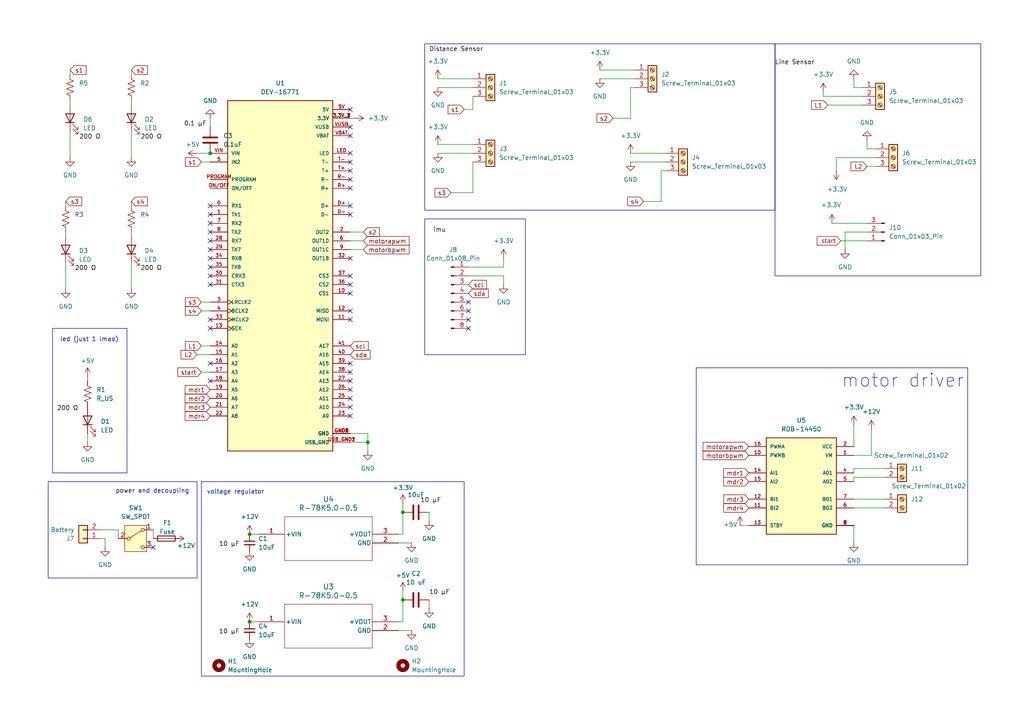
<source format=kicad_sch>
(kicad_sch (version 20231120) (generator "eeschema") (generator_version "8.0")
  (paper "A4")
  (lib_symbols
    (symbol "+12V_1" (power) (pin_numbers hide) (pin_names (offset 0) hide)
      (property "Value" "+12V" (at 0 3.556 0))
      (symbol "+12V_1_1_1"
        (pin power_in line (at 0 0 90) (length 0) (name "~") (number "1"))
      )
    )
    (symbol "+5V_1" (power) (pin_numbers hide) (pin_names (offset 0) hide)
      (property "Value" "+5V" (at 0 3.556 0))
      (symbol "+5V_1_1_1"
        (pin power_in line (at 0 0 90) (length 0) (name "~") (number "1"))
      )
    )
    (symbol "+5V_2" (power) (pin_numbers hide) (pin_names (offset 0) hide)
      (property "Value" "+5V" (at 0 3.556 0))
      (symbol "+5V_2_1_1"
        (pin power_in line (at 0 0 90) (length 0) (name "~") (number "1"))
      )
    )
    (symbol "+5V_3" (power) (pin_numbers hide) (pin_names (offset 0) hide)
      (property "Value" "+5V" (at 0 3.556 0))
      (symbol "+5V_3_1_1"
        (pin power_in line (at 0 0 90) (length 0) (name "~") (number "1"))
      )
    )
    (symbol "2024-11-08_01-03-56:R-78K5.0-0.5" (pin_names (offset 0.254))
      (property "Reference" "U" (at 20.32 10.16 0))
      (property "Value" "R-78K5.0-0.5" (at 20.32 7.62 0))
      (symbol "R-78K5.0-0.5_1_1"
        (pin power_in line (at 0 0 0) (length 7.62) (name "+VIN") (number "1"))
        (pin power_out line (at 40.64 -2.54 180) (length 7.62) (name "GND") (number "2"))
        (pin output line (at 40.64 0 180) (length 7.62) (name "+VOUT") (number "3"))
      )
    )
    (symbol "Connector:Conn_01x03_Pin" (pin_names (offset 1.016) hide)
      (property "Reference" "J" (at 0 5.08 0))
      (property "Value" "Conn_01x03_Pin" (at 0 -5.08 0))
      (symbol "Conn_01x03_Pin_1_1"
        (pin passive line (at 5.08 2.54 180) (length 3.81) (name "Pin_1") (number "1"))
        (pin passive line (at 5.08 0 180) (length 3.81) (name "Pin_2") (number "2"))
        (pin passive line (at 5.08 -2.54 180) (length 3.81) (name "Pin_3") (number "3"))
      )
    )
    (symbol "Connector:Conn_01x08_Pin" (pin_names (offset 1.016) hide)
      (property "Reference" "J" (at 0 10.16 0))
      (property "Value" "Conn_01x08_Pin" (at 0 -12.7 0))
      (symbol "Conn_01x08_Pin_1_1"
        (pin passive line (at 5.08 7.62 180) (length 3.81) (name "Pin_1") (number "1"))
        (pin passive line (at 5.08 5.08 180) (length 3.81) (name "Pin_2") (number "2"))
        (pin passive line (at 5.08 2.54 180) (length 3.81) (name "Pin_3") (number "3"))
        (pin passive line (at 5.08 0 180) (length 3.81) (name "Pin_4") (number "4"))
        (pin passive line (at 5.08 -2.54 180) (length 3.81) (name "Pin_5") (number "5"))
        (pin passive line (at 5.08 -5.08 180) (length 3.81) (name "Pin_6") (number "6"))
        (pin passive line (at 5.08 -7.62 180) (length 3.81) (name "Pin_7") (number "7"))
        (pin passive line (at 5.08 -10.16 180) (length 3.81) (name "Pin_8") (number "8"))
      )
    )
    (symbol "Connector:Screw_Terminal_01x02" (pin_names (offset 1.016) hide)
      (property "Reference" "J" (at 0 2.54 0))
      (property "Value" "Screw_Terminal_01x02" (at 0 -5.08 0))
      (symbol "Screw_Terminal_01x02_1_1"
        (pin passive line (at -5.08 0 0) (length 3.81) (name "Pin_1") (number "1"))
        (pin passive line (at -5.08 -2.54 0) (length 3.81) (name "Pin_2") (number "2"))
      )
    )
    (symbol "Connector:Screw_Terminal_01x03" (pin_names (offset 1.016) hide)
      (property "Reference" "J" (at 0 5.08 0))
      (property "Value" "Screw_Terminal_01x03" (at 0 -5.08 0))
      (symbol "Screw_Terminal_01x03_1_1"
        (pin passive line (at -5.08 2.54 0) (length 3.81) (name "Pin_1") (number "1"))
        (pin passive line (at -5.08 0 0) (length 3.81) (name "Pin_2") (number "2"))
        (pin passive line (at -5.08 -2.54 0) (length 3.81) (name "Pin_3") (number "3"))
      )
    )
    (symbol "Connector_Generic:Conn_01x02" (pin_names (offset 1.016) hide)
      (property "Reference" "J" (at 0 2.54 0))
      (property "Value" "Conn_01x02" (at 0 -5.08 0))
      (symbol "Conn_01x02_1_1"
        (pin passive line (at -5.08 0 0) (length 3.81) (name "Pin_1") (number "1"))
        (pin passive line (at -5.08 -2.54 0) (length 3.81) (name "Pin_2") (number "2"))
      )
    )
    (symbol "DEV-16771:DEV-16771" (pin_names (offset 1.016))
      (property "Reference" "U" (at -15.24 52.07 0))
      (property "Value" "DEV-16771" (at -15.24 -53.34 0))
      (symbol "DEV-16771_0_0"
        (pin bidirectional line (at -20.32 20.32 0) (length 5.08) (name "RX1") (number "0"))
        (pin bidirectional line (at -20.32 17.78 0) (length 5.08) (name "TX1") (number "1"))
        (pin bidirectional line (at 20.32 -5.08 180) (length 5.08) (name "CS1") (number "10"))
        (pin bidirectional line (at 20.32 -12.7 180) (length 5.08) (name "MOSI") (number "11"))
        (pin bidirectional line (at 20.32 -10.16 180) (length 5.08) (name "MISO") (number "12"))
        (pin bidirectional clock (at -20.32 -15.24 0) (length 5.08) (name "SCK") (number "13"))
        (pin bidirectional line (at -20.32 -20.32 0) (length 5.08) (name "A0") (number "14"))
        (pin bidirectional line (at -20.32 -22.86 0) (length 5.08) (name "A1") (number "15"))
        (pin bidirectional line (at -20.32 -25.4 0) (length 5.08) (name "A2") (number "16"))
        (pin bidirectional line (at -20.32 -27.94 0) (length 5.08) (name "A3") (number "17"))
        (pin bidirectional line (at -20.32 -30.48 0) (length 5.08) (name "A4") (number "18"))
        (pin bidirectional line (at -20.32 -33.02 0) (length 5.08) (name "A5") (number "19"))
        (pin output line (at 20.32 12.7 180) (length 5.08) (name "OUT2") (number "2"))
        (pin bidirectional line (at -20.32 -35.56 0) (length 5.08) (name "A6") (number "20"))
        (pin bidirectional line (at -20.32 -38.1 0) (length 5.08) (name "A7") (number "21"))
        (pin bidirectional line (at -20.32 -40.64 0) (length 5.08) (name "A8") (number "22"))
        (pin bidirectional line (at 20.32 -40.64 180) (length 5.08) (name "A9") (number "23"))
        (pin bidirectional line (at 20.32 -38.1 180) (length 5.08) (name "A10") (number "24"))
        (pin bidirectional line (at 20.32 -35.56 180) (length 5.08) (name "A11") (number "25"))
        (pin bidirectional line (at 20.32 -33.02 180) (length 5.08) (name "A12") (number "26"))
        (pin bidirectional line (at 20.32 -30.48 180) (length 5.08) (name "A13") (number "27"))
        (pin bidirectional line (at -20.32 10.16 0) (length 5.08) (name "RX7") (number "28"))
        (pin bidirectional line (at -20.32 7.62 0) (length 5.08) (name "TX7") (number "29"))
        (pin bidirectional clock (at -20.32 -7.62 0) (length 5.08) (name "LRCLK2") (number "3"))
        (pin power_in line (at 20.32 45.72 180) (length 5.08) (name "3.3V") (number "3.3V_1"))
        (pin power_in line (at 20.32 45.72 180) (length 5.08) (name "3.3V") (number "3.3V_2"))
        (pin power_in line (at 20.32 45.72 180) (length 5.08) (name "3.3V") (number "3.3V_3"))
        (pin bidirectional line (at -20.32 0 0) (length 5.08) (name "CRX3") (number "30"))
        (pin bidirectional line (at -20.32 -2.54 0) (length 5.08) (name "CTX3") (number "31"))
        (pin output line (at 20.32 5.08 180) (length 5.08) (name "OUT1B") (number "32"))
        (pin bidirectional clock (at -20.32 -12.7 0) (length 5.08) (name "MCLK2") (number "33"))
        (pin bidirectional line (at -20.32 5.08 0) (length 5.08) (name "RX8") (number "34"))
        (pin bidirectional line (at -20.32 2.54 0) (length 5.08) (name "TX8") (number "35"))
        (pin bidirectional line (at 20.32 -2.54 180) (length 5.08) (name "CS2") (number "36"))
        (pin bidirectional line (at 20.32 0 180) (length 5.08) (name "CS3") (number "37"))
        (pin bidirectional line (at 20.32 -27.94 180) (length 5.08) (name "A14") (number "38"))
        (pin bidirectional line (at 20.32 -25.4 180) (length 5.08) (name "A15") (number "39"))
        (pin bidirectional clock (at -20.32 -10.16 0) (length 5.08) (name "BCLK2") (number "4"))
        (pin bidirectional line (at 20.32 -22.86 180) (length 5.08) (name "A16") (number "40"))
        (pin bidirectional line (at 20.32 -20.32 180) (length 5.08) (name "A17") (number "41"))
        (pin bidirectional line (at -20.32 33.02 0) (length 5.08) (name "IN2") (number "5"))
        (pin power_in line (at 20.32 48.26 180) (length 5.08) (name "5V") (number "5V"))
        (pin output line (at 20.32 10.16 180) (length 5.08) (name "OUT1D") (number "6"))
        (pin bidirectional line (at -20.32 15.24 0) (length 5.08) (name "RX2") (number "7"))
        (pin bidirectional line (at -20.32 12.7 0) (length 5.08) (name "TX2") (number "8"))
        (pin output line (at 20.32 7.62 180) (length 5.08) (name "OUT1C") (number "9"))
        (pin bidirectional line (at 20.32 20.32 180) (length 5.08) (name "D+") (number "D+"))
        (pin bidirectional line (at 20.32 17.78 180) (length 5.08) (name "D-") (number "D-"))
        (pin power_in line (at 20.32 -45.72 180) (length 5.08) (name "GND") (number "GND1"))
        (pin power_in line (at 20.32 -45.72 180) (length 5.08) (name "GND") (number "GND2"))
        (pin power_in line (at 20.32 -45.72 180) (length 5.08) (name "GND") (number "GND3"))
        (pin power_in line (at 20.32 -45.72 180) (length 5.08) (name "GND") (number "GND4"))
        (pin power_in line (at 20.32 -45.72 180) (length 5.08) (name "GND") (number "GND5"))
        (pin bidirectional line (at 20.32 35.56 180) (length 5.08) (name "LED") (number "LED"))
        (pin bidirectional line (at -20.32 25.4 0) (length 5.08) (name "ON/OFF") (number "ON/OFF"))
        (pin bidirectional line (at -20.32 27.94 0) (length 5.08) (name "PROGRAM") (number "PROGRAM"))
        (pin bidirectional line (at 20.32 25.4 180) (length 5.08) (name "R+") (number "R+"))
        (pin bidirectional line (at 20.32 27.94 180) (length 5.08) (name "R-") (number "R-"))
        (pin bidirectional line (at 20.32 30.48 180) (length 5.08) (name "T+") (number "T+"))
        (pin bidirectional line (at 20.32 33.02 180) (length 5.08) (name "T-") (number "T-"))
        (pin power_in line (at 20.32 -48.26 180) (length 5.08) (name "USB_GND") (number "USB_GND1"))
        (pin power_in line (at 20.32 -48.26 180) (length 5.08) (name "USB_GND") (number "USB_GND2"))
        (pin passive line (at 20.32 40.64 180) (length 5.08) (name "VBAT") (number "VBAT"))
        (pin input line (at -20.32 35.56 0) (length 5.08) (name "VIN") (number "VIN"))
        (pin passive line (at 20.32 43.18 180) (length 5.08) (name "VUSB") (number "VUSB"))
      )
    )
    (symbol "Device:C" (pin_numbers hide) (pin_names (offset 0.254))
      (property "Reference" "C" (at 0.635 2.54 0))
      (property "Value" "C" (at 0.635 -2.54 0))
      (symbol "C_1_1"
        (pin passive line (at 0 3.81 270) (length 2.794) (name "~") (number "1"))
        (pin passive line (at 0 -3.81 90) (length 2.794) (name "~") (number "2"))
      )
    )
    (symbol "Device:C_Small" (pin_numbers hide) (pin_names (offset 0.254) hide)
      (property "Reference" "C" (at 0.254 1.778 0))
      (property "Value" "C_Small" (at 0.254 -2.032 0))
      (symbol "C_Small_1_1"
        (pin passive line (at 0 2.54 270) (length 2.032) (name "~") (number "1"))
        (pin passive line (at 0 -2.54 90) (length 2.032) (name "~") (number "2"))
      )
    )
    (symbol "Device:Fuse" (pin_numbers hide) (pin_names (offset 0))
      (property "Reference" "F" (at 2.032 0 90))
      (property "Value" "Fuse" (at -1.905 0 90))
      (symbol "Fuse_1_1"
        (pin passive line (at 0 3.81 270) (length 1.27) (name "~") (number "1"))
        (pin passive line (at 0 -3.81 90) (length 1.27) (name "~") (number "2"))
      )
    )
    (symbol "Device:LED" (pin_numbers hide) (pin_names (offset 1.016) hide)
      (property "Reference" "D" (at 0 2.54 0))
      (property "Value" "LED" (at 0 -2.54 0))
      (symbol "LED_1_1"
        (pin passive line (at -3.81 0 0) (length 2.54) (name "K") (number "1"))
        (pin passive line (at 3.81 0 180) (length 2.54) (name "A") (number "2"))
      )
    )
    (symbol "Device:R_US" (pin_numbers hide) (pin_names (offset 0))
      (property "Reference" "R" (at 2.54 0 90))
      (property "Value" "R_US" (at -2.54 0 90))
      (symbol "R_US_1_1"
        (pin passive line (at 0 3.81 270) (length 1.27) (name "~") (number "1"))
        (pin passive line (at 0 -3.81 90) (length 1.27) (name "~") (number "2"))
      )
    )
    (symbol "Mechanical:MountingHole" (pin_names (offset 1.016)) (exclude_from_sim yes) (in_bom no)
      (property "Reference" "H" (at 0 5.08 0))
      (property "Value" "MountingHole" (at 0 3.175 0))
    )
    (symbol "Switch:SW_SPDT" (pin_names (offset 0) hide)
      (property "Reference" "SW" (at 0 5.08 0))
      (property "Value" "SW_SPDT" (at 0 -5.08 0))
      (symbol "SW_SPDT_1_1"
        (pin passive line (at 5.08 2.54 180) (length 2.54) (name "A") (number "1"))
        (pin passive line (at -5.08 0 0) (length 2.54) (name "B") (number "2"))
        (pin passive line (at 5.08 -2.54 180) (length 2.54) (name "C") (number "3"))
      )
    )
    (symbol "motor driver:ROB-14450" (pin_names (offset 1.016))
      (property "Reference" "U" (at -10.16 16.002 0))
      (property "Value" "ROB-14450" (at -10.16 -15.24 0))
      (symbol "ROB-14450_0_0"
        (pin power_in line (at 15.24 10.16 180) (length 5.08) (name "VM") (number "1"))
        (pin input line (at -15.24 10.16 0) (length 5.08) (name "PWMB") (number "10"))
        (pin input line (at -15.24 -5.08 0) (length 5.08) (name "BI2") (number "11"))
        (pin input line (at -15.24 -2.54 0) (length 5.08) (name "BI1") (number "12"))
        (pin input line (at -15.24 -10.16 0) (length 5.08) (name "STBY") (number "13"))
        (pin input line (at -15.24 5.08 0) (length 5.08) (name "AI1") (number "14"))
        (pin input line (at -15.24 2.54 0) (length 5.08) (name "AI2") (number "15"))
        (pin input line (at -15.24 12.7 0) (length 5.08) (name "PWMA") (number "16"))
        (pin power_in line (at 15.24 12.7 180) (length 5.08) (name "VCC") (number "2"))
        (pin power_in line (at 15.24 -10.16 180) (length 5.08) (name "GND") (number "3"))
        (pin output line (at 15.24 5.08 180) (length 5.08) (name "A01") (number "4"))
        (pin output line (at 15.24 2.54 180) (length 5.08) (name "A02") (number "5"))
        (pin output line (at 15.24 -5.08 180) (length 5.08) (name "B02") (number "6"))
        (pin output line (at 15.24 -2.54 180) (length 5.08) (name "B01") (number "7"))
        (pin power_in line (at 15.24 -10.16 180) (length 5.08) (name "GND") (number "8"))
        (pin power_in line (at 15.24 -10.16 180) (length 5.08) (name "GND") (number "9"))
      )
    )
    (symbol "power:+12V" (power) (pin_numbers hide) (pin_names (offset 0) hide)
      (property "Value" "+12V" (at 0 3.556 0))
      (symbol "+12V_1_1"
        (pin power_in line (at 0 0 90) (length 0) (name "~") (number "1"))
      )
    )
    (symbol "power:+3.3V" (power) (pin_numbers hide) (pin_names (offset 0) hide)
      (property "Value" "+3.3V" (at 0 3.556 0))
      (symbol "+3.3V_1_1"
        (pin power_in line (at 0 0 90) (length 0) (name "~") (number "1"))
      )
    )
    (symbol "power:+5V" (power) (pin_names (offset 0))
      (property "Value" "+5V" (at 0 3.556 0))
      (symbol "+5V_1_1"
        (pin power_in line (at 0 0 90) (length 0) hide (name "+5V") (number "1"))
      )
    )
    (symbol "power:GND" (power) (pin_numbers hide) (pin_names (offset 0) hide)
      (property "Value" "GND" (at 0 -3.81 0))
      (symbol "GND_1_1"
        (pin power_in line (at 0 0 270) (length 0) (name "~") (number "1"))
      )
    )
  )
  (junction (at 60.96 44.45))
  (junction (at 106.68 128.27))
  (junction (at 72.39 154.94))
  (junction (at 116.84 173.99))
  (junction (at 116.84 148.59))
  (junction (at 72.39 180.34))
  (no_connect (at 60.96 80.01))
  (no_connect (at 101.6 46.99))
  (no_connect (at 101.6 36.83))
  (no_connect (at 60.96 110.49))
  (no_connect (at 101.6 115.57))
  (no_connect (at 101.6 39.37))
  (no_connect (at 101.6 90.17))
  (no_connect (at 60.96 105.41))
  (no_connect (at 60.96 74.93))
  (no_connect (at 60.96 69.85))
  (no_connect (at 60.96 62.23))
  (no_connect (at 101.6 118.11))
  (no_connect (at 101.6 92.71))
  (no_connect (at 60.96 64.77))
  (no_connect (at 135.89 90.17))
  (no_connect (at 60.96 95.25))
  (no_connect (at 60.96 92.71))
  (no_connect (at 101.6 107.95))
  (no_connect (at 101.6 82.55))
  (no_connect (at 101.6 62.23))
  (no_connect (at 60.96 82.55))
  (no_connect (at 135.89 95.25))
  (no_connect (at 101.6 105.41))
  (no_connect (at 135.89 87.63))
  (no_connect (at 101.6 49.53))
  (no_connect (at 60.96 77.47))
  (no_connect (at 60.96 59.69))
  (no_connect (at 135.89 92.71))
  (no_connect (at 60.96 72.39))
  (no_connect (at 101.6 52.07))
  (no_connect (at 101.6 74.93))
  (no_connect (at 101.6 44.45))
  (no_connect (at 60.96 67.31))
  (no_connect (at 101.6 59.69))
  (no_connect (at 101.6 80.01))
  (no_connect (at 101.6 110.49))
  (no_connect (at 101.6 113.03))
  (no_connect (at 101.6 85.09))
  (no_connect (at 101.6 54.61))
  (no_connect (at 101.6 120.65))
  (no_connect (at 44.45 158.75))
  (no_connect (at 101.6 31.75))
  (wire (pts (xy 254 45.72) (xy 242.57 45.72)))
  (wire (pts (xy 247.65 135.89) (xy 247.65 137.16)))
  (wire (pts (xy 19.05 58.42) (xy 19.05 59.69)))
  (wire (pts (xy 247.65 123.19) (xy 247.65 129.54)))
  (wire (pts (xy 241.3 64.77) (xy 251.46 64.77)))
  (wire (pts (xy 247.65 138.43) (xy 247.65 139.7)))
  (wire (pts (xy 58.42 90.17) (xy 60.96 90.17)))
  (wire (pts (xy 134.62 31.75) (xy 137.16 31.75)))
  (wire (pts (xy 57.15 44.45) (xy 60.96 44.45)))
  (wire (pts (xy 243.84 69.85) (xy 251.46 69.85)))
  (wire (pts (xy 242.57 45.72) (xy 242.57 49.53)))
  (wire (pts (xy 238.76 27.94) (xy 238.76 26.67)))
  (wire (pts (xy 173.99 22.86) (xy 184.15 22.86)))
  (wire (pts (xy 245.11 67.31) (xy 245.11 72.39)))
  (wire (pts (xy 256.54 138.43) (xy 247.65 138.43)))
  (wire (pts (xy 20.32 30.48) (xy 20.32 29.21)))
  (wire (pts (xy 146.05 77.47) (xy 146.05 74.93)))
  (wire (pts (xy 19.05 76.2) (xy 19.05 83.82)))
  (wire (pts (xy 186.69 58.42) (xy 191.77 58.42)))
  (wire (pts (xy 240.03 30.48) (xy 250.19 30.48)))
  (wire (pts (xy 135.89 80.01) (xy 146.05 80.01)))
  (wire (pts (xy 214.63 152.4) (xy 217.17 152.4)))
  (wire (pts (xy 29.21 156.21) (xy 30.48 156.21)))
  (wire (pts (xy 25.4 109.22) (xy 25.4 110.49)))
  (wire (pts (xy 34.29 153.67) (xy 34.29 156.21)))
  (wire (pts (xy 182.88 46.99) (xy 193.04 46.99)))
  (wire (pts (xy 116.84 154.94) (xy 115.57 154.94)))
  (wire (pts (xy 191.77 49.53) (xy 193.04 49.53)))
  (wire (pts (xy 60.96 34.29) (xy 60.96 36.83)))
  (wire (pts (xy 116.84 148.59) (xy 116.84 154.94)))
  (wire (pts (xy 58.42 107.95) (xy 60.96 107.95)))
  (wire (pts (xy 105.41 69.85) (xy 101.6 69.85)))
  (wire (pts (xy 30.48 156.21) (xy 30.48 158.75)))
  (wire (pts (xy 102.87 34.29) (xy 101.6 34.29)))
  (wire (pts (xy 115.57 182.88) (xy 119.38 182.88)))
  (wire (pts (xy 135.89 77.47) (xy 146.05 77.47)))
  (wire (pts (xy 72.39 180.34) (xy 74.93 180.34)))
  (wire (pts (xy 173.99 20.32) (xy 184.15 20.32)))
  (wire (pts (xy 115.57 157.48) (xy 119.38 157.48)))
  (wire (pts (xy 124.46 148.59) (xy 124.46 151.13)))
  (wire (pts (xy 38.1 38.1) (xy 38.1 45.72)))
  (wire (pts (xy 38.1 30.48) (xy 38.1 29.21)))
  (wire (pts (xy 38.1 76.2) (xy 38.1 83.82)))
  (wire (pts (xy 245.11 67.31) (xy 251.46 67.31)))
  (wire (pts (xy 247.65 147.32) (xy 256.54 147.32)))
  (wire (pts (xy 101.6 125.73) (xy 106.68 125.73)))
  (wire (pts (xy 127 44.45) (xy 137.16 44.45)))
  (wire (pts (xy 127 25.4) (xy 137.16 25.4)))
  (wire (pts (xy 116.84 146.05) (xy 116.84 148.59)))
  (wire (pts (xy 57.15 102.87) (xy 60.96 102.87)))
  (wire (pts (xy 182.88 44.45) (xy 193.04 44.45)))
  (wire (pts (xy 25.4 128.27) (xy 25.4 125.73)))
  (wire (pts (xy 247.65 144.78) (xy 256.54 144.78)))
  (wire (pts (xy 247.65 132.08) (xy 252.73 132.08)))
  (wire (pts (xy 20.32 38.1) (xy 20.32 45.72)))
  (wire (pts (xy 50.8 156.21) (xy 52.07 156.21)))
  (wire (pts (xy 124.46 173.99) (xy 124.46 176.53)))
  (wire (pts (xy 191.77 49.53) (xy 191.77 58.42)))
  (wire (pts (xy 106.68 128.27) (xy 101.6 128.27)))
  (wire (pts (xy 105.41 72.39) (xy 101.6 72.39)))
  (wire (pts (xy 116.84 173.99) (xy 116.84 180.34)))
  (wire (pts (xy 58.42 100.33) (xy 60.96 100.33)))
  (wire (pts (xy 106.68 130.81) (xy 106.68 128.27)))
  (wire (pts (xy 127 41.91) (xy 137.16 41.91)))
  (wire (pts (xy 182.88 25.4) (xy 182.88 34.29)))
  (wire (pts (xy 106.68 125.73) (xy 106.68 128.27)))
  (wire (pts (xy 38.1 20.32) (xy 38.1 21.59)))
  (wire (pts (xy 38.1 58.42) (xy 38.1 59.69)))
  (wire (pts (xy 38.1 68.58) (xy 38.1 67.31)))
  (wire (pts (xy 251.46 48.26) (xy 254 48.26)))
  (wire (pts (xy 137.16 55.88) (xy 137.16 46.99)))
  (wire (pts (xy 256.54 135.89) (xy 247.65 135.89)))
  (wire (pts (xy 72.39 154.94) (xy 74.93 154.94)))
  (wire (pts (xy 116.84 171.45) (xy 116.84 173.99)))
  (wire (pts (xy 130.81 55.88) (xy 137.16 55.88)))
  (wire (pts (xy 20.32 20.32) (xy 20.32 21.59)))
  (wire (pts (xy 250.19 27.94) (xy 238.76 27.94)))
  (wire (pts (xy 127 22.86) (xy 137.16 22.86)))
  (wire (pts (xy 58.42 46.99) (xy 60.96 46.99)))
  (wire (pts (xy 29.21 153.67) (xy 34.29 153.67)))
  (wire (pts (xy 251.46 43.18) (xy 254 43.18)))
  (wire (pts (xy 252.73 132.08) (xy 252.73 124.46)))
  (wire (pts (xy 182.88 25.4) (xy 184.15 25.4)))
  (wire (pts (xy 58.42 87.63) (xy 60.96 87.63)))
  (wire (pts (xy 146.05 80.01) (xy 146.05 82.55)))
  (wire (pts (xy 19.05 68.58) (xy 19.05 67.31)))
  (wire (pts (xy 116.84 180.34) (xy 115.57 180.34)))
  (wire (pts (xy 101.6 67.31) (xy 105.41 67.31)))
  (wire (pts (xy 137.16 31.75) (xy 137.16 27.94)))
  (wire (pts (xy 44.45 153.67) (xy 44.45 156.21)))
  (wire (pts (xy 251.46 40.64) (xy 251.46 43.18)))
  (wire (pts (xy 247.65 25.4) (xy 250.19 25.4)))
  (wire (pts (xy 177.8 34.29) (xy 182.88 34.29)))
  (wire (pts (xy 247.65 22.86) (xy 247.65 25.4)))
  (wire (pts (xy 247.65 152.4) (xy 247.65 157.48)))
  (rectangle (start 201.93 106.68) (end 280.67 163.83))
  (rectangle (start 123.19 63.5) (end 152.4 102.87))
  (rectangle (start 15.24 95.25) (end 36.83 137.16))
  (rectangle (start 58.42 139.7) (end 134.62 196.088))
  (rectangle (start 13.97 139.7) (end 57.15 167.64))
  (rectangle (start 224.79 12.7) (end 284.48 80.01))
  (rectangle (start 123.19 12.7) (end 224.79 60.96))
  (text "led (just 1 lmao)\n\n" (at 25.908 99.568 0) (effects (font (size 1.27 1.27))))
  (text "motor driver" (at 261.874 110.49 0) (effects (font (size 3.81 3.81))))
  (text "power and decoupling" (at 44.196 142.494 0) (effects (font (size 1.27 1.27))))
  (text "voltage regulator" (at 68.326 142.748 0) (effects (font (size 1.27 1.27))))
  (text "imu" (at 127.508 66.802 0) (effects (font (size 1.27 1.27))))
  (label "200 Ω" (at 27.94 78.74 180))
  (label "200 Ω" (at 16.51 119.38 0))
  (label "200 Ω" (at 46.99 40.64 180))
  (label "Distance Sensor" (at 124.46 15.24 0))
  (label "0.1 µF" (at 53.34 36.83 0))
  (label "10 µF" (at 63.5 184.15 0))
  (label "10 µF" (at 124.46 172.72 0))
  (label "200 Ω" (at 29.21 40.64 180))
  (label "10 µF" (at 63.5 158.75 0))
  (label "200 Ω" (at 46.99 78.74 180))
  (label "Line Sensor" (at 224.79 19.05 0))
  (label "10 µF" (at 121.92 146.05 0))
  (global_label "s1" (shape input) (at 58.42 46.99 180) (property "Intersheetrefs" "${INTERSHEET_REFS}" (effects (hide yes))))
  (global_label "L1" (shape input) (at 58.42 100.33 180) (property "Intersheetrefs" "${INTERSHEET_REFS}" (effects (hide yes))))
  (global_label "s3" (shape input) (at 19.05 58.42 0) (property "Intersheetrefs" "${INTERSHEET_REFS}" (effects (hide yes))))
  (global_label "mdr2" (shape input) (at 217.17 139.7 180) (property "Intersheetrefs" "${INTERSHEET_REFS}" (effects (hide yes))))
  (global_label "s3" (shape input) (at 130.81 55.88 180) (property "Intersheetrefs" "${INTERSHEET_REFS}" (effects (hide yes))))
  (global_label "mdr3" (shape input) (at 60.96 118.11 180) (property "Intersheetrefs" "${INTERSHEET_REFS}" (effects (hide yes))))
  (global_label "motorbpwm" (shape input) (at 217.17 132.08 180) (property "Intersheetrefs" "${INTERSHEET_REFS}" (effects (hide yes))))
  (global_label "L2" (shape input) (at 57.15 102.87 180) (property "Intersheetrefs" "${INTERSHEET_REFS}" (effects (hide yes))))
  (global_label "motorbpwm" (shape input) (at 105.41 72.39 0) (property "Intersheetrefs" "${INTERSHEET_REFS}" (effects (hide yes))))
  (global_label "s4" (shape input) (at 38.1 58.42 0) (property "Intersheetrefs" "${INTERSHEET_REFS}" (effects (hide yes))))
  (global_label "s2" (shape input) (at 177.8 34.29 180) (property "Intersheetrefs" "${INTERSHEET_REFS}" (effects (hide yes))))
  (global_label "s1" (shape input) (at 134.62 31.75 180) (property "Intersheetrefs" "${INTERSHEET_REFS}" (effects (hide yes))))
  (global_label "sda" (shape input) (at 135.89 85.09 0) (property "Intersheetrefs" "${INTERSHEET_REFS}" (effects (hide yes))))
  (global_label "mdr1" (shape input) (at 60.96 113.03 180) (property "Intersheetrefs" "${INTERSHEET_REFS}" (effects (hide yes))))
  (global_label "s3" (shape input) (at 58.42 87.63 180) (property "Intersheetrefs" "${INTERSHEET_REFS}" (effects (hide yes))))
  (global_label "scl" (shape input) (at 101.6 100.33 0) (property "Intersheetrefs" "${INTERSHEET_REFS}" (effects (hide yes))))
  (global_label "s2" (shape input) (at 105.41 67.31 0) (property "Intersheetrefs" "${INTERSHEET_REFS}" (effects (hide yes))))
  (global_label "mdr1" (shape input) (at 217.17 137.16 180) (property "Intersheetrefs" "${INTERSHEET_REFS}" (effects (hide yes))))
  (global_label "motorapwm" (shape input) (at 105.41 69.85 0) (property "Intersheetrefs" "${INTERSHEET_REFS}" (effects (hide yes))))
  (global_label "motorapwm" (shape input) (at 217.17 129.54 180) (property "Intersheetrefs" "${INTERSHEET_REFS}" (effects (hide yes))))
  (global_label "s4" (shape input) (at 186.69 58.42 180) (property "Intersheetrefs" "${INTERSHEET_REFS}" (effects (hide yes))))
  (global_label "sda" (shape input) (at 101.6 102.87 0) (property "Intersheetrefs" "${INTERSHEET_REFS}" (effects (hide yes))))
  (global_label "L1" (shape input) (at 240.03 30.48 180) (property "Intersheetrefs" "${INTERSHEET_REFS}" (effects (hide yes))))
  (global_label "mdr2" (shape input) (at 60.96 115.57 180) (property "Intersheetrefs" "${INTERSHEET_REFS}" (effects (hide yes))))
  (global_label "start" (shape input) (at 243.84 69.85 180) (property "Intersheetrefs" "${INTERSHEET_REFS}" (effects (hide yes))))
  (global_label "s2" (shape input) (at 38.1 20.32 0) (property "Intersheetrefs" "${INTERSHEET_REFS}" (effects (hide yes))))
  (global_label "scl" (shape input) (at 135.89 82.55 0) (property "Intersheetrefs" "${INTERSHEET_REFS}" (effects (hide yes))))
  (global_label "mdr4" (shape input) (at 217.17 147.32 180) (property "Intersheetrefs" "${INTERSHEET_REFS}" (effects (hide yes))))
  (global_label "s4" (shape input) (at 58.42 90.17 180) (property "Intersheetrefs" "${INTERSHEET_REFS}" (effects (hide yes))))
  (global_label "s1" (shape input) (at 20.32 20.32 0) (property "Intersheetrefs" "${INTERSHEET_REFS}" (effects (hide yes))))
  (global_label "start" (shape input) (at 58.42 107.95 180) (property "Intersheetrefs" "${INTERSHEET_REFS}" (effects (hide yes))))
  (global_label "L2" (shape input) (at 251.46 48.26 180) (property "Intersheetrefs" "${INTERSHEET_REFS}" (effects (hide yes))))
  (global_label "mdr3" (shape input) (at 217.17 144.78 180) (property "Intersheetrefs" "${INTERSHEET_REFS}" (effects (hide yes))))
  (global_label "mdr4" (shape input) (at 60.96 120.65 180) (property "Intersheetrefs" "${INTERSHEET_REFS}" (effects (hide yes))))
  (symbol (lib_id "power:+3.3V") (at 173.99 20.32 0) (unit 1)
    (property "Reference" "#PWR03" (effects (hide yes)))
    (property "Value" "+3.3V" (at 173.99 15.24 0))
    (property "Description" "Power symbol creates a global label with name \"+3.3V\"" (effects (hide yes)))
  )
  (symbol (lib_id "power:GND") (at 127 44.45 0) (unit 1)
    (property "Reference" "#PWR06" (effects (hide yes)))
    (property "Value" "GND" (at 127 49.53 0))
    (property "Description" "Power symbol creates a global label with name \"GND\" , ground" (effects (hide yes)))
  )
  (symbol (lib_name "+5V_1") (lib_id "power:+5V") (at 116.84 146.05 0) (unit 1)
    (property "Reference" "#PWR028" (effects (hide yes)))
    (property "Value" "+3.3V" (at 116.84 141.478 0))
    (property "Description" "Power symbol creates a global label with name \"+5V\"" (effects (hide yes)))
  )
  (symbol (lib_id "power:+12V") (at 50.8 156.21 270) (unit 1)
    (property "Reference" "#PWR021" (effects (hide yes)))
    (property "Value" "+12V" (at 51.308 158.242 90) (effects (justify left)))
    (property "Description" "Power symbol creates a global label with name \"+12V\"" (effects (hide yes)))
  )
  (symbol (lib_id "motor driver:ROB-14450") (at 232.41 142.24 0) (unit 1)
    (property "Reference" "U5" (at 232.41 121.92 0))
    (property "Value" "ROB-14450" (at 232.41 124.46 0))
    (property "Footprint" "pleseowrk:driver" (effects (hide yes)))
    (property "MF" "SparkFun Electronics" (effects (hide yes)))
    (property "Description_1" "\n                        \n                            TB6612FNG - Motor Controller/Driver Power Management Evaluation Board\n                        \n" (effects (hide yes)))
    (property "Package" "None" (effects (hide yes)))
    (property "Price" "None" (effects (hide yes)))
    (property "Check_prices" "https://www.snapeda.com/parts/ROB-14450/SparkFun/view-part/?ref=eda" (effects (hide yes)))
    (property "STANDARD" "Manufacturer Recommendation" (effects (hide yes)))
    (property "PARTREV" "11-13-17" (effects (hide yes)))
    (property "SnapEDA_Link" "https://www.snapeda.com/parts/ROB-14450/SparkFun/view-part/?ref=snap" (effects (hide yes)))
    (property "MP" "ROB-14450" (effects (hide yes)))
    (property "Availability" "In Stock" (effects (hide yes)))
    (property "MANUFACTURER" "Sparkfun Electronics" (effects (hide yes)))
  )
  (symbol (lib_id "power:GND") (at 247.65 22.86 0) (mirror x) (unit 1)
    (property "Reference" "#PWR010" (effects (hide yes)))
    (property "Value" "GND" (at 247.65 17.78 0))
  )
  (symbol (lib_id "power:+3.3V") (at 241.3 64.77 0) (unit 1)
    (property "Reference" "#PWR029" (effects (hide yes)))
    (property "Value" "+3.3V" (at 241.046 59.436 0))
    (property "Description" "Power symbol creates a global label with name \"+3.3V\"" (effects (hide yes)))
  )
  (symbol (lib_id "Device:C_Small") (at 72.39 157.48 0) (unit 1)
    (property "Reference" "C1" (at 74.93 156.2162 0) (effects (justify left)))
    (property "Value" "10uF" (at 74.93 158.7562 0) (effects (justify left)))
    (property "Footprint" "Capacitor_SMD:C_0805_2012Metric" (effects (hide yes)))
    (property "Description" "Unpolarized capacitor, small symbol" (effects (hide yes)))
  )
  (symbol (lib_id "power:GND") (at 119.38 157.48 0) (unit 1)
    (property "Reference" "#PWR038" (effects (hide yes)))
    (property "Value" "GND" (at 119.38 162.56 0))
    (property "Description" "Power symbol creates a global label with name \"GND\" , ground" (effects (hide yes)))
  )
  (symbol (lib_id "power:GND") (at 119.38 182.88 0) (unit 1)
    (property "Reference" "#PWR019" (effects (hide yes)))
    (property "Value" "GND" (at 119.38 187.96 0))
    (property "Description" "Power symbol creates a global label with name \"GND\" , ground" (effects (hide yes)))
  )
  (symbol (lib_id "Connector:Screw_Terminal_01x03") (at 259.08 45.72 0) (unit 1)
    (property "Reference" "J6" (at 261.62 44.4499 0) (effects (justify left)))
    (property "Value" "Screw_Terminal_01x03" (at 261.62 46.9899 0) (effects (justify left)))
    (property "Footprint" "TerminalBlock:TerminalBlock_Xinya_XY308-2.54-3P_1x03_P2.54mm_Horizontal" (effects (hide yes)))
    (property "Description" "Generic screw terminal, single row, 01x03, script generated (kicad-library-utils/schlib/autogen/connector/)" (effects (hide yes)))
  )
  (symbol (lib_id "power:+5V") (at 238.76 26.67 0) (unit 1)
    (property "Reference" "#PWR09" (effects (hide yes)))
    (property "Value" "+3.3V" (at 238.76 21.59 0))
  )
  (symbol (lib_id "power:GND") (at 38.1 83.82 0) (unit 1)
    (property "Reference" "#PWR036" (effects (hide yes)))
    (property "Value" "GND" (at 38.1 88.9 0))
    (property "Description" "Power symbol creates a global label with name \"GND\" , ground" (effects (hide yes)))
  )
  (symbol (lib_id "Connector:Screw_Terminal_01x03") (at 189.23 22.86 0) (unit 1)
    (property "Reference" "J2" (at 191.77 21.5899 0) (effects (justify left)))
    (property "Value" "Screw_Terminal_01x03" (at 191.77 24.1299 0) (effects (justify left)))
    (property "Footprint" "TerminalBlock:TerminalBlock_Xinya_XY308-2.54-3P_1x03_P2.54mm_Horizontal" (effects (hide yes)))
    (property "Description" "Generic screw terminal, single row, 01x03, script generated (kicad-library-utils/schlib/autogen/connector/)" (effects (hide yes)))
  )
  (symbol (lib_id "Device:C_Small") (at 72.39 182.88 0) (unit 1)
    (property "Reference" "C4" (at 74.93 181.6162 0) (effects (justify left)))
    (property "Value" "10uF" (at 74.93 184.1562 0) (effects (justify left)))
    (property "Footprint" "Capacitor_SMD:C_0805_2012Metric" (effects (hide yes)))
    (property "Description" "Unpolarized capacitor, small symbol" (effects (hide yes)))
  )
  (symbol (lib_id "Mechanical:MountingHole") (at 116.84 193.04 0) (unit 1) (exclude_from_sim yes) (in_bom no)
    (property "Reference" "H2" (at 119.38 191.7699 0) (effects (justify left)))
    (property "Value" "MountingHole" (at 119.38 194.3099 0) (effects (justify left)))
    (property "Footprint" "MountingHole:MountingHole_2.5mm" (effects (hide yes)))
    (property "Description" "Mounting Hole without connection" (effects (hide yes)))
  )
  (symbol (lib_name "+5V_2") (lib_id "power:+5V") (at 57.15 44.45 90) (unit 1)
    (property "Reference" "#PWR025" (effects (hide yes)))
    (property "Value" "+5V" (at 55.88 41.91 90))
    (property "Description" "Power symbol creates a global label with name \"+5V\"" (effects (hide yes)))
  )
  (symbol (lib_id "Device:R_US") (at 25.4 114.3 0) (unit 1)
    (property "Reference" "R1" (at 27.94 113.0299 0) (effects (justify left)))
    (property "Value" "R_US" (at 27.94 115.5699 0) (effects (justify left)))
    (property "Footprint" "Resistor_SMD:R_0805_2012Metric" (effects (hide yes)))
    (property "Description" "Resistor, US symbol" (effects (hide yes)))
  )
  (symbol (lib_id "Device:Fuse") (at 48.26 156.21 90) (unit 1)
    (property "Reference" "F1" (at 48.514 151.638 90))
    (property "Value" "Fuse" (at 48.514 154.178 90))
    (property "Footprint" "Fuse:Fuse_1206_3216Metric" (effects (hide yes)))
    (property "Description" "Fuse" (effects (hide yes)))
  )
  (symbol (lib_id "Device:C") (at 60.96 40.64 0) (unit 1)
    (property "Reference" "C3" (at 64.77 39.3699 0) (effects (justify left)))
    (property "Value" "0.1uF" (at 64.77 41.9099 0) (effects (justify left)))
    (property "Footprint" "Capacitor_SMD:C_0805_2012Metric" (effects (hide yes)))
    (property "Description" "Unpolarized capacitor" (effects (hide yes)))
  )
  (symbol (lib_id "power:GND") (at 245.11 72.39 0) (unit 1)
    (property "Reference" "#PWR030" (effects (hide yes)))
    (property "Value" "GND" (at 245.11 77.47 0))
    (property "Description" "Power symbol creates a global label with name \"GND\" , ground" (effects (hide yes)))
  )
  (symbol (lib_id "power:GND") (at 251.46 40.64 0) (mirror x) (unit 1)
    (property "Reference" "#PWR012" (effects (hide yes)))
    (property "Value" "GND" (at 251.46 35.56 0))
  )
  (symbol (lib_id "power:GND") (at 247.65 157.48 0) (unit 1)
    (property "Reference" "#PWR037" (effects (hide yes)))
    (property "Value" "GND" (at 247.65 162.56 0))
    (property "Description" "Power symbol creates a global label with name \"GND\" , ground" (effects (hide yes)))
  )
  (symbol (lib_id "power:GND") (at 60.96 34.29 180) (unit 1)
    (property "Reference" "#PWR026" (effects (hide yes)))
    (property "Value" "GND" (at 60.96 29.21 0))
    (property "Description" "Power symbol creates a global label with name \"GND\" , ground" (effects (hide yes)))
  )
  (symbol (lib_id "DEV-16771:DEV-16771") (at 81.28 80.01 0) (unit 1)
    (property "Reference" "U1" (at 81.28 24.13 0))
    (property "Value" "DEV-16771" (at 81.28 26.67 0))
    (property "Footprint" "pleseowrk:teensy" (effects (hide yes)))
    (property "Description" "\nRT1062 Teensy 4.1 series ARM® Cortex®-M7 MPU Embedded Evaluation Board\n" (effects (hide yes)))
    (property "MF" "SparkFun Electronics" (effects (hide yes)))
    (property "MAXIMUM_PACKAGE_HEIGHT" "4.07mm" (effects (hide yes)))
    (property "Package" "None" (effects (hide yes)))
    (property "Price" "None" (effects (hide yes)))
    (property "Check_prices" "https://www.snapeda.com/parts/DEV-16771/SparkFun+Electronics/view-part/?ref=eda" (effects (hide yes)))
    (property "STANDARD" "Manufacturer recommendations" (effects (hide yes)))
    (property "PARTREV" "4.1" (effects (hide yes)))
    (property "SnapEDA_Link" "https://www.snapeda.com/parts/DEV-16771/SparkFun+Electronics/view-part/?ref=snap" (effects (hide yes)))
    (property "MP" "DEV-16771" (effects (hide yes)))
    (property "Purchase-URL" "https://www.snapeda.com/api/url_track_click_mouser/?unipart_id=4833875&manufacturer=SparkFun Electronics&part_name=DEV-16771&search_term=None" (effects (hide yes)))
    (property "Availability" "In Stock" (effects (hide yes)))
    (property "MANUFACTURER" "SparkFun Electronics" (effects (hide yes)))
  )
  (symbol (lib_id "power:GND") (at 20.32 45.72 0) (unit 1)
    (property "Reference" "#PWR040" (effects (hide yes)))
    (property "Value" "GND" (at 20.32 50.8 0))
    (property "Description" "Power symbol creates a global label with name \"GND\" , ground" (effects (hide yes)))
  )
  (symbol (lib_id "Device:R_US") (at 20.32 25.4 0) (unit 1)
    (property "Reference" "R5" (at 22.86 24.1299 0) (effects (justify left)))
    (property "Value" "R_US" (effects (hide yes)))
    (property "Footprint" "Resistor_SMD:R_0805_2012Metric" (effects (hide yes)))
    (property "Description" "Resistor, US symbol" (effects (hide yes)))
  )
  (symbol (lib_id "2024-11-08_01-03-56:R-78K5.0-0.5") (at 74.93 154.94 0) (unit 1)
    (property "Reference" "U4" (at 95.25 144.78 0) (effects (font (size 1.524 1.524))))
    (property "Value" "R-78K5.0-0.5" (at 95.25 147.32 0) (effects (font (size 1.524 1.524))))
    (property "Footprint" "pleseowrk:voltageregulator" (effects (hide yes)))
    (property "Datasheet" "R-78K5.0-0.5" (effects (hide yes)))
  )
  (symbol (lib_id "Switch:SW_SPDT") (at 39.37 156.21 0) (unit 1)
    (property "Reference" "SW1" (at 39.37 147.32 0))
    (property "Value" "SW_SPDT" (at 39.37 149.86 0))
    (property "Footprint" "pleseowrk:switch" (effects (hide yes)))
    (property "Description" "Switch, single pole double throw" (effects (hide yes)))
  )
  (symbol (lib_id "Connector:Screw_Terminal_01x03") (at 198.12 46.99 0) (unit 1)
    (property "Reference" "J4" (at 200.66 45.7199 0) (effects (justify left)))
    (property "Value" "Screw_Terminal_01x03" (at 200.66 48.2599 0) (effects (justify left)))
    (property "Footprint" "TerminalBlock:TerminalBlock_Xinya_XY308-2.54-3P_1x03_P2.54mm_Horizontal" (effects (hide yes)))
    (property "Description" "Generic screw terminal, single row, 01x03, script generated (kicad-library-utils/schlib/autogen/connector/)" (effects (hide yes)))
  )
  (symbol (lib_id "power:GND") (at 124.46 176.53 0) (unit 1)
    (property "Reference" "#PWR024" (effects (hide yes)))
    (property "Value" "GND" (at 124.46 181.61 0))
    (property "Description" "Power symbol creates a global label with name \"GND\" , ground" (effects (hide yes)))
  )
  (symbol (lib_id "Connector:Conn_01x03_Pin") (at 256.54 67.31 180) (unit 1)
    (property "Reference" "J10" (at 257.81 66.0399 0) (effects (justify right)))
    (property "Value" "Conn_01x03_Pin" (at 257.81 68.5799 0) (effects (justify right)))
    (property "Footprint" "Connector_PinHeader_2.54mm:PinHeader_1x03_P2.54mm_Vertical" (effects (hide yes)))
    (property "Description" "Generic connector, single row, 01x03, script generated" (effects (hide yes)))
  )
  (symbol (lib_id "power:GND") (at 124.46 151.13 0) (unit 1)
    (property "Reference" "#PWR039" (effects (hide yes)))
    (property "Value" "GND" (at 124.46 156.21 0))
    (property "Description" "Power symbol creates a global label with name \"GND\" , ground" (effects (hide yes)))
  )
  (symbol (lib_id "power:+12V") (at 25.4 109.22 0) (unit 1)
    (property "Reference" "#PWR032" (effects (hide yes)))
    (property "Value" "+5V" (at 25.4 104.648 0))
    (property "Description" "Power symbol creates a global label with name \"+12V\"" (effects (hide yes)))
  )
  (symbol (lib_id "power:GND") (at 72.39 185.42 0) (unit 1)
    (property "Reference" "#PWR020" (effects (hide yes)))
    (property "Value" "GND" (at 72.39 190.5 0))
    (property "Description" "Power symbol creates a global label with name \"GND\" , ground" (effects (hide yes)))
  )
  (symbol (lib_id "Connector:Conn_01x08_Pin") (at 130.81 85.09 0) (unit 1)
    (property "Reference" "J8" (at 131.445 72.39 0))
    (property "Value" "Conn_01x08_Pin" (at 131.445 74.93 0))
    (property "Footprint" "Connector_PinHeader_2.54mm:PinHeader_1x08_P2.54mm_Vertical" (effects (hide yes)))
    (property "Description" "Generic connector, single row, 01x08, script generated" (effects (hide yes)))
  )
  (symbol (lib_id "2024-11-08_01-03-56:R-78K5.0-0.5") (at 74.93 180.34 0) (unit 1)
    (property "Reference" "U3" (at 95.25 170.18 0) (effects (font (size 1.524 1.524))))
    (property "Value" "R-78K5.0-0.5" (at 95.25 172.72 0) (effects (font (size 1.524 1.524))))
    (property "Footprint" "pleseowrk:voltageregulator" (effects (hide yes)))
    (property "Datasheet" "R-78K5.0-0.5" (effects (hide yes)))
  )
  (symbol (lib_id "power:+3.3V") (at 102.87 34.29 270) (unit 1)
    (property "Reference" "#PWR023" (effects (hide yes)))
    (property "Value" "+3.3V" (at 106.68 34.2899 90) (effects (justify left)))
    (property "Description" "Power symbol creates a global label with name \"+3.3V\"" (effects (hide yes)))
  )
  (symbol (lib_id "Connector:Screw_Terminal_01x03") (at 142.24 44.45 0) (unit 1)
    (property "Reference" "J3" (at 144.78 43.1799 0) (effects (justify left)))
    (property "Value" "Screw_Terminal_01x03" (at 144.78 45.7199 0) (effects (justify left)))
    (property "Footprint" "TerminalBlock:TerminalBlock_Xinya_XY308-2.54-3P_1x03_P2.54mm_Horizontal" (effects (hide yes)))
    (property "Description" "Generic screw terminal, single row, 01x03, script generated (kicad-library-utils/schlib/autogen/connector/)" (effects (hide yes)))
  )
  (symbol (lib_id "Device:R_US") (at 38.1 25.4 0) (unit 1)
    (property "Reference" "R2" (at 40.64 24.1299 0) (effects (justify left)))
    (property "Value" "R_US" (effects (hide yes)))
    (property "Footprint" "Resistor_SMD:R_0805_2012Metric" (effects (hide yes)))
    (property "Description" "Resistor, US symbol" (effects (hide yes)))
  )
  (symbol (lib_id "Device:LED") (at 38.1 34.29 90) (unit 1)
    (property "Reference" "D2" (at 41.91 34.6074 90) (effects (justify right)))
    (property "Value" "LED" (at 41.91 37.1474 90) (effects (justify right)))
    (property "Footprint" "LED_SMD:LED_1206_3216Metric_ReverseMount_Hole1.8x2.4mm" (effects (hide yes)))
    (property "Description" "Light emitting diode" (effects (hide yes)))
  )
  (symbol (lib_id "Device:C") (at 120.65 148.59 90) (unit 1)
    (property "Reference" "C5" (effects (hide yes)))
    (property "Value" "10uF" (at 120.65 143.51 90))
    (property "Footprint" "Capacitor_SMD:C_0805_2012Metric" (effects (hide yes)))
    (property "Description" "Unpolarized capacitor" (effects (hide yes)))
  )
  (symbol (lib_id "power:GND") (at 182.88 46.99 0) (unit 1)
    (property "Reference" "#PWR08" (effects (hide yes)))
    (property "Value" "GND" (at 182.88 52.07 0))
    (property "Description" "Power symbol creates a global label with name \"GND\" , ground" (effects (hide yes)))
  )
  (symbol (lib_id "power:+3.3V") (at 242.57 49.53 180) (unit 1)
    (property "Reference" "#PWR011" (effects (hide yes)))
    (property "Value" "+3.3V" (at 242.824 54.864 0))
    (property "Description" "Power symbol creates a global label with name \"+3.3V\"" (effects (hide yes)))
  )
  (symbol (lib_id "power:GND") (at 19.05 83.82 0) (unit 1)
    (property "Reference" "#PWR035" (effects (hide yes)))
    (property "Value" "GND" (at 19.05 88.9 0))
    (property "Description" "Power symbol creates a global label with name \"GND\" , ground" (effects (hide yes)))
  )
  (symbol (lib_id "power:GND") (at 38.1 45.72 0) (unit 1)
    (property "Reference" "#PWR033" (effects (hide yes)))
    (property "Value" "GND" (at 38.1 50.8 0))
    (property "Description" "Power symbol creates a global label with name \"GND\" , ground" (effects (hide yes)))
  )
  (symbol (lib_id "Device:R_US") (at 38.1 63.5 0) (unit 1)
    (property "Reference" "R4" (at 40.64 62.2299 0) (effects (justify left)))
    (property "Value" "R_US" (effects (hide yes)))
    (property "Footprint" "Resistor_SMD:R_0805_2012Metric" (effects (hide yes)))
    (property "Description" "Resistor, US symbol" (effects (hide yes)))
  )
  (symbol (lib_id "power:GND") (at 173.99 22.86 0) (unit 1)
    (property "Reference" "#PWR04" (effects (hide yes)))
    (property "Value" "GND" (at 173.99 27.94 0))
    (property "Description" "Power symbol creates a global label with name \"GND\" , ground" (effects (hide yes)))
  )
  (symbol (lib_id "Device:R_US") (at 19.05 63.5 0) (unit 1)
    (property "Reference" "R3" (at 21.59 62.2299 0) (effects (justify left)))
    (property "Value" "R_US" (effects (hide yes)))
    (property "Footprint" "Resistor_SMD:R_0805_2012Metric" (effects (hide yes)))
    (property "Description" "Resistor, US symbol" (effects (hide yes)))
  )
  (symbol (lib_id "power:GND") (at 30.48 158.75 0) (unit 1)
    (property "Reference" "#PWR022" (effects (hide yes)))
    (property "Value" "GND" (at 30.48 163.83 0))
  )
  (symbol (lib_name "+5V_3") (lib_id "power:+5V") (at 214.63 152.4 0) (unit 1)
    (property "Reference" "#PWR043" (effects (hide yes)))
    (property "Value" "+5V" (at 211.836 152.146 0))
    (property "Description" "Power symbol creates a global label with name \"+5V\"" (effects (hide yes)))
  )
  (symbol (lib_id "power:GND") (at 25.4 128.27 0) (unit 1)
    (property "Reference" "#PWR031" (effects (hide yes)))
    (property "Value" "GND" (at 25.4 133.35 0))
    (property "Description" "Power symbol creates a global label with name \"GND\" , ground" (effects (hide yes)))
  )
  (symbol (lib_id "power:+3.3V") (at 127 22.86 0) (unit 1)
    (property "Reference" "#PWR02" (effects (hide yes)))
    (property "Value" "+3.3V" (at 127 17.78 0))
    (property "Description" "Power symbol creates a global label with name \"+3.3V\"" (effects (hide yes)))
  )
  (symbol (lib_id "Connector:Screw_Terminal_01x03") (at 255.27 27.94 0) (unit 1)
    (property "Reference" "J5" (at 257.81 26.6699 0) (effects (justify left)))
    (property "Value" "Screw_Terminal_01x03" (at 257.81 29.2099 0) (effects (justify left)))
    (property "Footprint" "TerminalBlock:TerminalBlock_Xinya_XY308-2.54-3P_1x03_P2.54mm_Horizontal" (effects (hide yes)))
    (property "Description" "Generic screw terminal, single row, 01x03, script generated (kicad-library-utils/schlib/autogen/connector/)" (effects (hide yes)))
  )
  (symbol (lib_id "Connector:Screw_Terminal_01x02") (at 261.62 144.78 0) (unit 1)
    (property "Reference" "J12" (at 264.16 144.7799 0) (effects (justify left)))
    (property "Value" "Screw_Terminal_01x02" (at 258.572 140.97 0) (effects (justify left)))
    (property "Footprint" "TerminalBlock:TerminalBlock_Xinya_XY308-2.54-2P_1x02_P2.54mm_Horizontal" (effects (hide yes)))
    (property "Description" "Generic screw terminal, single row, 01x02, script generated (kicad-library-utils/schlib/autogen/connector/)" (effects (hide yes)))
  )
  (symbol (lib_id "power:+3.3V") (at 182.88 44.45 0) (unit 1)
    (property "Reference" "#PWR07" (effects (hide yes)))
    (property "Value" "+3.3V" (at 182.88 39.37 0))
    (property "Description" "Power symbol creates a global label with name \"+3.3V\"" (effects (hide yes)))
  )
  (symbol (lib_id "power:GND") (at 146.05 82.55 0) (unit 1)
    (property "Reference" "#PWR016" (effects (hide yes)))
    (property "Value" "GND" (at 146.05 87.63 0))
    (property "Description" "Power symbol creates a global label with name \"GND\" , ground" (effects (hide yes)))
  )
  (symbol (lib_id "Device:C") (at 120.65 173.99 90) (unit 1)
    (property "Reference" "C2" (at 120.65 166.37 90))
    (property "Value" "10 uF" (at 120.65 168.91 90))
    (property "Footprint" "Capacitor_SMD:C_0805_2012Metric" (effects (hide yes)))
    (property "Description" "Unpolarized capacitor" (effects (hide yes)))
  )
  (symbol (lib_id "Connector_Generic:Conn_01x02") (at 24.13 156.21 180) (unit 1)
    (property "Reference" "J7" (at 21.59 156.2101 0) (effects (justify left)))
    (property "Value" "Battery" (at 21.59 153.6701 0) (effects (justify left)))
    (property "Footprint" "Connector_AMASS:AMASS_XT30U-F_1x02_P5.0mm_Vertical" (effects (hide yes)))
  )
  (symbol (lib_id "Device:LED") (at 19.05 72.39 90) (unit 1)
    (property "Reference" "D3" (at 22.86 72.7074 90) (effects (justify right)))
    (property "Value" "LED" (at 22.86 75.2474 90) (effects (justify right)))
    (property "Footprint" "LED_SMD:LED_1206_3216Metric_ReverseMount_Hole1.8x2.4mm" (effects (hide yes)))
    (property "Description" "Light emitting diode" (effects (hide yes)))
  )
  (symbol (lib_name "+12V_1") (lib_id "power:+12V") (at 72.39 180.34 0) (unit 1)
    (property "Reference" "#PWR017" (effects (hide yes)))
    (property "Value" "+12V" (at 72.39 175.26 0))
    (property "Description" "Power symbol creates a global label with name \"+12V\"" (effects (hide yes)))
  )
  (symbol (lib_id "power:+3.3V") (at 146.05 74.93 0) (unit 1)
    (property "Reference" "#PWR014" (effects (hide yes)))
    (property "Value" "+3.3V" (at 146.05 69.85 0))
    (property "Description" "Power symbol creates a global label with name \"+3.3V\"" (effects (hide yes)))
  )
  (symbol (lib_id "power:+12V") (at 252.73 124.46 0) (unit 1)
    (property "Reference" "#PWR041" (effects (hide yes)))
    (property "Value" "+12V" (at 252.73 119.38 0))
    (property "Description" "Power symbol creates a global label with name \"+12V\"" (effects (hide yes)))
  )
  (symbol (lib_id "Device:LED") (at 20.32 34.29 90) (unit 1)
    (property "Reference" "D6" (at 24.13 34.6074 90) (effects (justify right)))
    (property "Value" "LED" (at 24.13 37.1474 90) (effects (justify right)))
    (property "Footprint" "LED_SMD:LED_1206_3216Metric_ReverseMount_Hole1.8x2.4mm" (effects (hide yes)))
    (property "Description" "Light emitting diode" (effects (hide yes)))
  )
  (symbol (lib_id "power:GND") (at 127 25.4 0) (unit 1)
    (property "Reference" "#PWR01" (effects (hide yes)))
    (property "Value" "GND" (at 127 30.48 0))
    (property "Description" "Power symbol creates a global label with name \"GND\" , ground" (effects (hide yes)))
  )
  (symbol (lib_id "power:+3.3V") (at 247.65 123.19 0) (unit 1)
    (property "Reference" "#PWR042" (effects (hide yes)))
    (property "Value" "+3.3V" (at 247.65 118.11 0))
    (property "Description" "Power symbol creates a global label with name \"+3.3V\"" (effects (hide yes)))
  )
  (symbol (lib_name "+12V_1") (lib_id "power:+12V") (at 72.39 154.94 0) (unit 1)
    (property "Reference" "#PWR013" (effects (hide yes)))
    (property "Value" "+12V" (at 72.39 149.86 0))
    (property "Description" "Power symbol creates a global label with name \"+12V\"" (effects (hide yes)))
  )
  (symbol (lib_id "Device:LED") (at 25.4 121.92 90) (unit 1)
    (property "Reference" "D1" (at 29.21 122.2374 90) (effects (justify right)))
    (property "Value" "LED" (at 29.21 124.7774 90) (effects (justify right)))
    (property "Footprint" "LED_SMD:LED_1206_3216Metric_ReverseMount_Hole1.8x2.4mm" (effects (hide yes)))
    (property "Description" "Light emitting diode" (effects (hide yes)))
  )
  (symbol (lib_name "+5V_1") (lib_id "power:+5V") (at 116.84 171.45 0) (unit 1)
    (property "Reference" "#PWR018" (effects (hide yes)))
    (property "Value" "+5V" (at 116.84 166.878 0))
    (property "Description" "Power symbol creates a global label with name \"+5V\"" (effects (hide yes)))
  )
  (symbol (lib_id "Connector:Screw_Terminal_01x02") (at 261.62 135.89 0) (unit 1)
    (property "Reference" "J11" (at 264.16 135.8899 0) (effects (justify left)))
    (property "Value" "Screw_Terminal_01x02" (at 253.492 132.08 0) (effects (justify left)))
    (property "Footprint" "TerminalBlock:TerminalBlock_Xinya_XY308-2.54-2P_1x02_P2.54mm_Horizontal" (effects (hide yes)))
    (property "Description" "Generic screw terminal, single row, 01x02, script generated (kicad-library-utils/schlib/autogen/connector/)" (effects (hide yes)))
  )
  (symbol (lib_id "power:+3.3V") (at 127 41.91 0) (unit 1)
    (property "Reference" "#PWR05" (effects (hide yes)))
    (property "Value" "+3.3V" (at 127 36.83 0))
    (property "Description" "Power symbol creates a global label with name \"+3.3V\"" (effects (hide yes)))
  )
  (symbol (lib_id "Device:LED") (at 38.1 72.39 90) (unit 1)
    (property "Reference" "D4" (at 41.91 72.7074 90) (effects (justify right)))
    (property "Value" "LED" (at 41.91 75.2474 90) (effects (justify right)))
    (property "Footprint" "LED_SMD:LED_1206_3216Metric_ReverseMount_Hole1.8x2.4mm" (effects (hide yes)))
    (property "Description" "Light emitting diode" (effects (hide yes)))
  )
  (symbol (lib_id "Connector:Screw_Terminal_01x03") (at 142.24 25.4 0) (unit 1)
    (property "Reference" "J1" (at 144.78 24.1299 0) (effects (justify left)))
    (property "Value" "Screw_Terminal_01x03" (at 144.78 26.6699 0) (effects (justify left)))
    (property "Footprint" "TerminalBlock:TerminalBlock_Xinya_XY308-2.54-3P_1x03_P2.54mm_Horizontal" (effects (hide yes)))
    (property "Description" "Generic screw terminal, single row, 01x03, script generated (kicad-library-utils/schlib/autogen/connector/)" (effects (hide yes)))
  )
  (symbol (lib_id "power:GND") (at 106.68 130.81 0) (unit 1)
    (property "Reference" "#PWR034" (effects (hide yes)))
    (property "Value" "GND" (at 106.68 135.89 0))
    (property "Description" "Power symbol creates a global label with name \"GND\" , ground" (effects (hide yes)))
  )
  (symbol (lib_id "Mechanical:MountingHole") (at 63.5 193.04 0) (unit 1) (exclude_from_sim yes) (in_bom no)
    (property "Reference" "H1" (at 66.04 191.7699 0) (effects (justify left)))
    (property "Value" "MountingHole" (at 66.04 194.3099 0) (effects (justify left)))
    (property "Footprint" "MountingHole:MountingHole_2.5mm" (effects (hide yes)))
    (property "Description" "Mounting Hole without connection" (effects (hide yes)))
  )
  (symbol (lib_id "power:GND") (at 72.39 160.02 0) (unit 1)
    (property "Reference" "#PWR015" (effects (hide yes)))
    (property "Value" "GND" (at 72.39 165.1 0))
    (property "Description" "Power symbol creates a global label with name \"GND\" , ground" (effects (hide yes)))
  )
)
</source>
